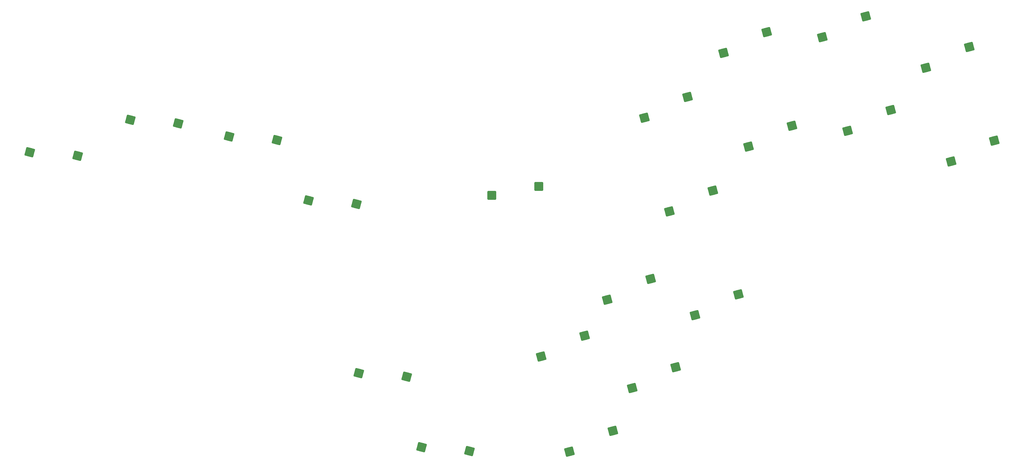
<source format=gbp>
G04 #@! TF.GenerationSoftware,KiCad,Pcbnew,(7.0.0)*
G04 #@! TF.CreationDate,2023-03-15T12:29:16-07:00*
G04 #@! TF.ProjectId,OpenRectangle,4f70656e-5265-4637-9461-6e676c652e6b,rev?*
G04 #@! TF.SameCoordinates,Original*
G04 #@! TF.FileFunction,Paste,Bot*
G04 #@! TF.FilePolarity,Positive*
%FSLAX46Y46*%
G04 Gerber Fmt 4.6, Leading zero omitted, Abs format (unit mm)*
G04 Created by KiCad (PCBNEW (7.0.0)) date 2023-03-15 12:29:16*
%MOMM*%
%LPD*%
G01*
G04 APERTURE LIST*
G04 Aperture macros list*
%AMRoundRect*
0 Rectangle with rounded corners*
0 $1 Rounding radius*
0 $2 $3 $4 $5 $6 $7 $8 $9 X,Y pos of 4 corners*
0 Add a 4 corners polygon primitive as box body*
4,1,4,$2,$3,$4,$5,$6,$7,$8,$9,$2,$3,0*
0 Add four circle primitives for the rounded corners*
1,1,$1+$1,$2,$3*
1,1,$1+$1,$4,$5*
1,1,$1+$1,$6,$7*
1,1,$1+$1,$8,$9*
0 Add four rect primitives between the rounded corners*
20,1,$1+$1,$2,$3,$4,$5,0*
20,1,$1+$1,$4,$5,$6,$7,0*
20,1,$1+$1,$6,$7,$8,$9,0*
20,1,$1+$1,$8,$9,$2,$3,0*%
G04 Aperture macros list end*
%ADD10RoundRect,0.250000X1.248893X0.700636X-0.731255X1.231215X-1.248893X-0.700636X0.731255X-1.231215X0*%
%ADD11RoundRect,0.250000X0.731255X1.231215X-1.248893X0.700636X-0.731255X-1.231215X1.248893X-0.700636X0*%
%ADD12RoundRect,0.250000X1.025000X1.000000X-1.025000X1.000000X-1.025000X-1.000000X1.025000X-1.000000X0*%
G04 APERTURE END LIST*
D10*
X59744163Y-66513762D03*
X73393266Y-67541427D03*
D11*
X234670618Y-56676584D03*
X247004920Y-50742016D03*
X241816353Y-83344830D03*
X254150655Y-77410262D03*
D12*
X191218500Y-78786866D03*
X204668500Y-76246866D03*
D11*
X205309568Y-124664895D03*
X217643870Y-118730327D03*
D10*
X88382295Y-57309219D03*
X102031398Y-58336884D03*
D11*
X249108509Y-112929004D03*
X261442811Y-106994436D03*
D10*
X139099721Y-80254703D03*
X152748824Y-81282368D03*
D11*
X257180245Y-38225974D03*
X269514547Y-32291406D03*
D10*
X116477628Y-62015178D03*
X130126731Y-63042843D03*
D11*
X213380840Y-151787292D03*
X225715142Y-145852724D03*
D10*
X171259489Y-150549026D03*
X184908592Y-151576691D03*
X153425881Y-129445256D03*
X167074984Y-130472921D03*
D11*
X292485053Y-60430002D03*
X304819355Y-54495434D03*
X314818954Y-42463364D03*
X327153256Y-36528796D03*
X231213223Y-133682814D03*
X243547525Y-127748246D03*
X264326239Y-64895186D03*
X276660541Y-58960618D03*
X321964948Y-69132576D03*
X334299250Y-63198008D03*
X285339059Y-33760790D03*
X297673361Y-27826222D03*
X224141951Y-108560417D03*
X236476253Y-102625849D03*
M02*

</source>
